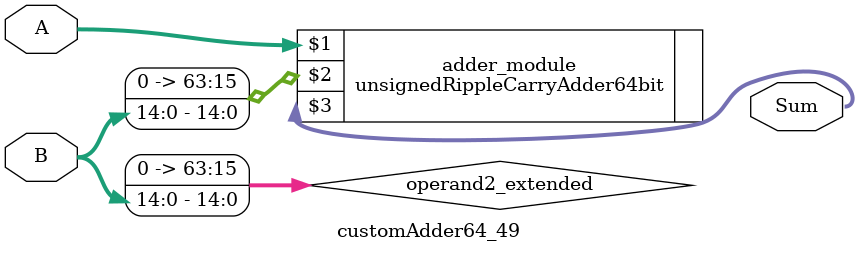
<source format=v>
module customAdder64_49(
                        input [63 : 0] A,
                        input [14 : 0] B,
                        
                        output [64 : 0] Sum
                );

        wire [63 : 0] operand2_extended;
        
        assign operand2_extended =  {49'b0, B};
        
        unsignedRippleCarryAdder64bit adder_module(
            A,
            operand2_extended,
            Sum
        );
        
        endmodule
        
</source>
